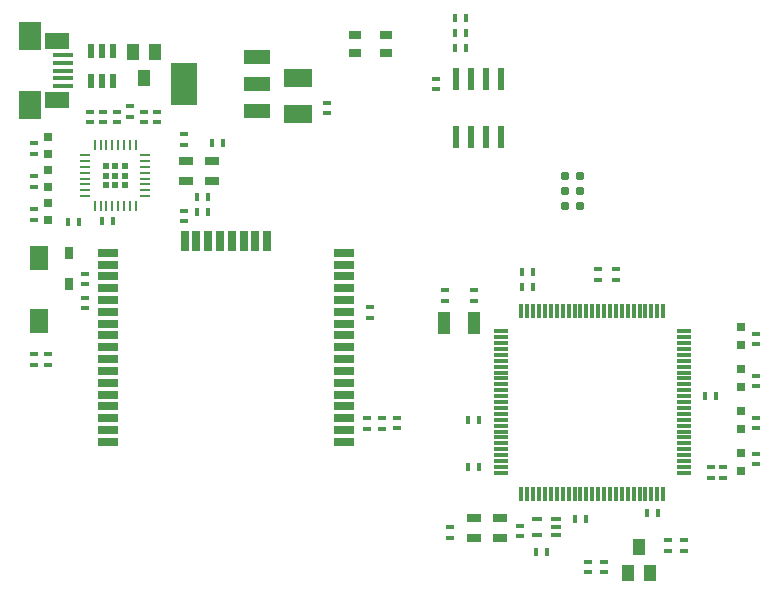
<source format=gtp>
G75*
%MOIN*%
%OFA0B0*%
%FSLAX25Y25*%
%IPPOS*%
%LPD*%
%AMOC8*
5,1,8,0,0,1.08239X$1,22.5*
%
%ADD10R,0.01800X0.03000*%
%ADD11R,0.03000X0.01800*%
%ADD12R,0.04331X0.07480*%
%ADD13R,0.03150X0.03150*%
%ADD14R,0.06693X0.02756*%
%ADD15R,0.02756X0.06693*%
%ADD16R,0.02200X0.07800*%
%ADD17R,0.03937X0.05512*%
%ADD18R,0.05000X0.02500*%
%ADD19R,0.01260X0.04724*%
%ADD20R,0.04724X0.01260*%
%ADD21R,0.01142X0.03543*%
%ADD22R,0.03543X0.01142*%
%ADD23R,0.01969X0.01969*%
%ADD24R,0.09449X0.06299*%
%ADD25R,0.06693X0.01772*%
%ADD26R,0.08268X0.05807*%
%ADD27R,0.07480X0.09350*%
%ADD28R,0.08800X0.04800*%
%ADD29R,0.08661X0.14173*%
%ADD30R,0.06299X0.07874*%
%ADD31R,0.02165X0.04724*%
%ADD32C,0.03100*%
%ADD33R,0.03937X0.03150*%
%ADD34R,0.03543X0.01575*%
%ADD35R,0.03150X0.03937*%
D10*
X0097200Y0130886D03*
X0100800Y0130886D03*
X0108700Y0131386D03*
X0112300Y0131386D03*
X0140200Y0134386D03*
X0143800Y0134386D03*
X0143800Y0139386D03*
X0140200Y0139386D03*
X0145200Y0157386D03*
X0148800Y0157386D03*
X0226200Y0188886D03*
X0229800Y0188886D03*
X0229800Y0193886D03*
X0226200Y0193886D03*
X0226200Y0198886D03*
X0229800Y0198886D03*
X0248700Y0114386D03*
X0252300Y0114386D03*
X0252300Y0109386D03*
X0248700Y0109386D03*
X0234300Y0064886D03*
X0230700Y0064886D03*
X0230700Y0049386D03*
X0234300Y0049386D03*
X0266200Y0031886D03*
X0269800Y0031886D03*
X0256800Y0020886D03*
X0253200Y0020886D03*
X0290200Y0033886D03*
X0293800Y0033886D03*
X0309700Y0072886D03*
X0313300Y0072886D03*
D11*
X0086000Y0083338D03*
X0090500Y0083334D03*
X0090500Y0086934D03*
X0086000Y0086938D03*
X0103000Y0102086D03*
X0103000Y0105686D03*
X0103000Y0110086D03*
X0103000Y0113686D03*
X0086000Y0131586D03*
X0086000Y0135186D03*
X0086000Y0142586D03*
X0086000Y0146186D03*
X0086000Y0153586D03*
X0086000Y0157186D03*
X0104500Y0164086D03*
X0104500Y0167686D03*
X0109000Y0167686D03*
X0109000Y0164086D03*
X0113500Y0164086D03*
X0113500Y0167686D03*
X0118000Y0165886D03*
X0118000Y0169486D03*
X0122500Y0167686D03*
X0122500Y0164086D03*
X0127000Y0164086D03*
X0127000Y0167686D03*
X0136000Y0160186D03*
X0136000Y0156586D03*
X0136000Y0134686D03*
X0136000Y0131086D03*
X0183500Y0167086D03*
X0183500Y0170686D03*
X0220000Y0175086D03*
X0220000Y0178686D03*
X0274000Y0115186D03*
X0274000Y0111586D03*
X0280000Y0111586D03*
X0280000Y0115186D03*
X0232500Y0108186D03*
X0232500Y0104586D03*
X0223000Y0104586D03*
X0223000Y0108186D03*
X0198000Y0102434D03*
X0198000Y0098834D03*
X0207000Y0065686D03*
X0202000Y0065434D03*
X0202000Y0061834D03*
X0207000Y0062086D03*
X0197000Y0061838D03*
X0197000Y0065438D03*
X0224500Y0029186D03*
X0224500Y0025586D03*
X0248000Y0026086D03*
X0248000Y0029686D03*
X0270500Y0017686D03*
X0270500Y0014086D03*
X0276000Y0014086D03*
X0276000Y0017686D03*
X0297100Y0021386D03*
X0297100Y0024986D03*
X0302600Y0024886D03*
X0302600Y0021286D03*
X0311500Y0045586D03*
X0311500Y0049186D03*
X0315500Y0049186D03*
X0315500Y0045586D03*
X0326500Y0050086D03*
X0326500Y0053686D03*
X0326500Y0062086D03*
X0326500Y0065686D03*
X0326500Y0076086D03*
X0326500Y0079686D03*
X0326500Y0090086D03*
X0326500Y0093686D03*
D12*
X0232421Y0097386D03*
X0222579Y0097386D03*
D13*
X0321500Y0095839D03*
X0321500Y0089934D03*
X0321500Y0081839D03*
X0321500Y0075934D03*
X0321500Y0067839D03*
X0321500Y0061934D03*
X0321500Y0053839D03*
X0321500Y0047934D03*
X0090500Y0131434D03*
X0090500Y0137339D03*
X0090500Y0142434D03*
X0090500Y0148339D03*
X0090500Y0153434D03*
X0090500Y0159339D03*
D14*
X0110500Y0120634D03*
X0110500Y0116697D03*
X0110500Y0112760D03*
X0110500Y0108823D03*
X0110500Y0104886D03*
X0110500Y0100949D03*
X0110500Y0097012D03*
X0110500Y0093075D03*
X0110500Y0089138D03*
X0110500Y0085201D03*
X0110500Y0081264D03*
X0110500Y0077327D03*
X0110500Y0073390D03*
X0110500Y0069453D03*
X0110500Y0065516D03*
X0110500Y0061579D03*
X0110500Y0057642D03*
X0189240Y0057642D03*
X0189240Y0061579D03*
X0189240Y0065516D03*
X0189240Y0069453D03*
X0189240Y0073390D03*
X0189240Y0077327D03*
X0189240Y0081264D03*
X0189240Y0085201D03*
X0189240Y0089138D03*
X0189240Y0093075D03*
X0189240Y0097012D03*
X0189240Y0100949D03*
X0189240Y0104886D03*
X0189240Y0108823D03*
X0189240Y0112760D03*
X0189240Y0116697D03*
X0189240Y0120634D03*
D15*
X0163650Y0124571D03*
X0159713Y0124571D03*
X0155776Y0124571D03*
X0151839Y0124571D03*
X0147902Y0124571D03*
X0143965Y0124571D03*
X0140028Y0124571D03*
X0136091Y0124571D03*
D16*
X0226500Y0159186D03*
X0231500Y0159186D03*
X0236500Y0159186D03*
X0241500Y0159186D03*
X0241500Y0178586D03*
X0236500Y0178586D03*
X0231500Y0178586D03*
X0226500Y0178586D03*
D17*
X0126240Y0187717D03*
X0118760Y0187717D03*
X0122500Y0179056D03*
X0287500Y0022717D03*
X0283760Y0014056D03*
X0291240Y0014056D03*
D18*
X0241300Y0025586D03*
X0232700Y0025586D03*
X0232700Y0032186D03*
X0241300Y0032186D03*
X0145300Y0144586D03*
X0145300Y0151186D03*
X0136700Y0151186D03*
X0136700Y0144586D03*
D19*
X0248378Y0101398D03*
X0250346Y0101398D03*
X0252315Y0101398D03*
X0254283Y0101398D03*
X0256252Y0101398D03*
X0258220Y0101398D03*
X0260189Y0101398D03*
X0262157Y0101398D03*
X0264126Y0101398D03*
X0266094Y0101398D03*
X0268063Y0101398D03*
X0270031Y0101398D03*
X0272000Y0101398D03*
X0273969Y0101398D03*
X0275937Y0101398D03*
X0277906Y0101398D03*
X0279874Y0101398D03*
X0281843Y0101398D03*
X0283811Y0101398D03*
X0285780Y0101398D03*
X0287748Y0101398D03*
X0289717Y0101398D03*
X0291685Y0101398D03*
X0293654Y0101398D03*
X0295622Y0101398D03*
X0295622Y0040375D03*
X0293654Y0040375D03*
X0291685Y0040375D03*
X0289717Y0040375D03*
X0287748Y0040375D03*
X0285780Y0040375D03*
X0283811Y0040375D03*
X0281843Y0040375D03*
X0279874Y0040375D03*
X0277906Y0040375D03*
X0275937Y0040375D03*
X0273969Y0040375D03*
X0272000Y0040375D03*
X0270031Y0040375D03*
X0268063Y0040375D03*
X0266094Y0040375D03*
X0264126Y0040375D03*
X0262157Y0040375D03*
X0260189Y0040375D03*
X0258220Y0040375D03*
X0256252Y0040375D03*
X0254283Y0040375D03*
X0252315Y0040375D03*
X0250346Y0040375D03*
X0248378Y0040375D03*
D20*
X0241488Y0047264D03*
X0241488Y0049233D03*
X0241488Y0051201D03*
X0241488Y0053170D03*
X0241488Y0055138D03*
X0241488Y0057107D03*
X0241488Y0059075D03*
X0241488Y0061044D03*
X0241488Y0063012D03*
X0241488Y0064981D03*
X0241488Y0066949D03*
X0241488Y0068918D03*
X0241488Y0070886D03*
X0241488Y0072855D03*
X0241488Y0074823D03*
X0241488Y0076792D03*
X0241488Y0078760D03*
X0241488Y0080729D03*
X0241488Y0082697D03*
X0241488Y0084666D03*
X0241488Y0086634D03*
X0241488Y0088603D03*
X0241488Y0090571D03*
X0241488Y0092540D03*
X0241488Y0094508D03*
X0302512Y0094508D03*
X0302512Y0092540D03*
X0302512Y0090571D03*
X0302512Y0088603D03*
X0302512Y0086634D03*
X0302512Y0084666D03*
X0302512Y0082697D03*
X0302512Y0080729D03*
X0302512Y0078760D03*
X0302512Y0076792D03*
X0302512Y0074823D03*
X0302512Y0072855D03*
X0302512Y0070886D03*
X0302512Y0068918D03*
X0302512Y0066949D03*
X0302512Y0064981D03*
X0302512Y0063012D03*
X0302512Y0061044D03*
X0302512Y0059075D03*
X0302512Y0057107D03*
X0302512Y0055138D03*
X0302512Y0053170D03*
X0302512Y0051201D03*
X0302512Y0049233D03*
X0302512Y0047264D03*
D21*
X0119890Y0136347D03*
X0117921Y0136347D03*
X0115953Y0136347D03*
X0113984Y0136347D03*
X0112016Y0136347D03*
X0110047Y0136347D03*
X0108079Y0136347D03*
X0106110Y0136347D03*
X0106110Y0156426D03*
X0108079Y0156426D03*
X0110047Y0156426D03*
X0112016Y0156426D03*
X0113984Y0156426D03*
X0115953Y0156426D03*
X0117921Y0156426D03*
X0119890Y0156426D03*
D22*
X0123039Y0153276D03*
X0123039Y0151308D03*
X0123039Y0149339D03*
X0123039Y0147371D03*
X0123039Y0145402D03*
X0123039Y0143434D03*
X0123039Y0141465D03*
X0123039Y0139497D03*
X0102961Y0139497D03*
X0102961Y0141465D03*
X0102961Y0143434D03*
X0102961Y0145402D03*
X0102961Y0147371D03*
X0102961Y0149339D03*
X0102961Y0151308D03*
X0102961Y0153276D03*
D23*
X0109850Y0149536D03*
X0113000Y0149536D03*
X0116150Y0149536D03*
X0116150Y0146386D03*
X0116150Y0143237D03*
X0113000Y0143237D03*
X0113000Y0146386D03*
X0109850Y0146386D03*
X0109850Y0143237D03*
D24*
X0174000Y0166981D03*
X0174000Y0178792D03*
D25*
X0095524Y0178827D03*
X0095524Y0176268D03*
X0095524Y0181386D03*
X0095524Y0183945D03*
X0095524Y0186504D03*
D26*
X0093555Y0191229D03*
X0093555Y0171544D03*
D27*
X0084500Y0169772D03*
X0084500Y0193001D03*
D28*
X0160200Y0185986D03*
X0160200Y0176886D03*
X0160200Y0167786D03*
D29*
X0135799Y0176886D03*
D30*
X0087500Y0119016D03*
X0087500Y0097756D03*
D31*
X0104760Y0177768D03*
X0108500Y0177768D03*
X0112240Y0177768D03*
X0112240Y0188004D03*
X0108500Y0188004D03*
X0104760Y0188004D03*
D32*
X0263000Y0146386D03*
X0268000Y0146386D03*
X0268000Y0141386D03*
X0268000Y0136386D03*
X0263000Y0136386D03*
X0263000Y0141386D03*
D33*
X0203118Y0187386D03*
X0203118Y0193386D03*
X0192882Y0193386D03*
X0192882Y0187386D03*
D34*
X0253650Y0031745D03*
X0253650Y0026627D03*
X0259950Y0026627D03*
X0259950Y0029186D03*
X0259950Y0031745D03*
D35*
X0097500Y0110268D03*
X0097500Y0120504D03*
M02*

</source>
